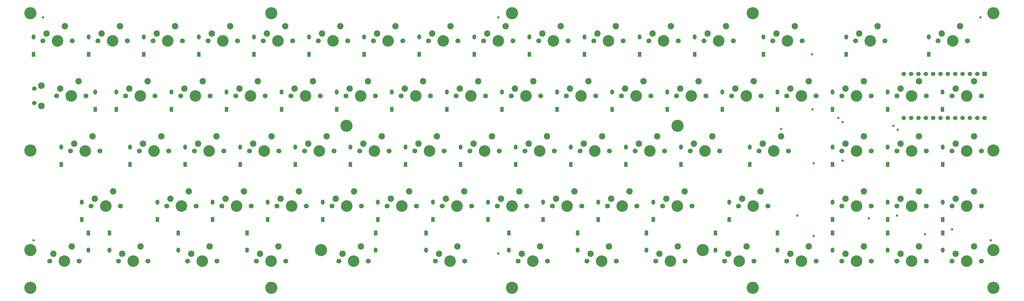
<source format=gbs>
G04 #@! TF.GenerationSoftware,KiCad,Pcbnew,(6.0.7)*
G04 #@! TF.CreationDate,2022-08-30T19:15:33+09:00*
G04 #@! TF.ProjectId,keyboard-layouter-playground,6b657962-6f61-4726-942d-6c61796f7574,rev?*
G04 #@! TF.SameCoordinates,PX17eef3cPY7a5a53a*
G04 #@! TF.FileFunction,Soldermask,Bot*
G04 #@! TF.FilePolarity,Negative*
%FSLAX46Y46*%
G04 Gerber Fmt 4.6, Leading zero omitted, Abs format (unit mm)*
G04 Created by KiCad (PCBNEW (6.0.7)) date 2022-08-30 19:15:33*
%MOMM*%
%LPD*%
G01*
G04 APERTURE LIST*
%ADD10O,1.300000X1.778000*%
%ADD11R,1.300000X1.778000*%
%ADD12C,1.700000*%
%ADD13C,4.000000*%
%ADD14C,2.200000*%
%ADD15C,4.200000*%
%ADD16R,1.524000X1.524000*%
%ADD17C,1.524000*%
%ADD18C,2.300000*%
%ADD19C,0.800000*%
G04 APERTURE END LIST*
D10*
X4080904Y89783660D03*
D11*
X4080904Y83783660D03*
D10*
X23130904Y89783660D03*
D11*
X23130904Y83783660D03*
D10*
X42180904Y89783660D03*
D11*
X42180904Y83783660D03*
D10*
X61230904Y89783660D03*
D11*
X61230904Y83783660D03*
D10*
X80280904Y89783660D03*
D11*
X80280904Y83783660D03*
D10*
X99330904Y89783660D03*
D11*
X99330904Y83783660D03*
D10*
X118380904Y89783660D03*
D11*
X118380904Y83783660D03*
D10*
X137430904Y89783660D03*
D11*
X137430904Y83783660D03*
D10*
X156480904Y89783660D03*
D11*
X156480904Y83783660D03*
D10*
X175530904Y89783660D03*
D11*
X175530904Y83783660D03*
D10*
X194580904Y89783660D03*
D11*
X194580904Y83783660D03*
D10*
X213630904Y89783660D03*
D11*
X213630904Y83783660D03*
D10*
X232680904Y89783660D03*
D11*
X232680904Y83783660D03*
D10*
X285068404Y89783660D03*
D11*
X285068404Y83783660D03*
D10*
X313643404Y89783660D03*
D11*
X313643404Y83783660D03*
D10*
X32655904Y70733660D03*
D11*
X32655904Y64733660D03*
D10*
X51705904Y70733660D03*
D11*
X51705904Y64733660D03*
D10*
X70755904Y70733660D03*
D11*
X70755904Y64733660D03*
D10*
X89805904Y70733660D03*
D11*
X89805904Y64733660D03*
D10*
X108855904Y70733660D03*
D11*
X108855904Y64733660D03*
D10*
X127905904Y70733660D03*
D11*
X127905904Y64733660D03*
D10*
X146955904Y70733660D03*
D11*
X146955904Y64733660D03*
D10*
X166005904Y70733660D03*
D11*
X166005904Y64733660D03*
D10*
X185055904Y70733660D03*
D11*
X185055904Y64733660D03*
D10*
X204105904Y70733660D03*
D11*
X204105904Y64733660D03*
D10*
X223155904Y70733660D03*
D11*
X223155904Y64733660D03*
D10*
X242205904Y70733660D03*
D11*
X242205904Y64733660D03*
D10*
X261255904Y70733660D03*
D11*
X261255904Y64733660D03*
D10*
X280305904Y70733660D03*
D11*
X280305904Y64733660D03*
D10*
X299355904Y70733660D03*
D11*
X299355904Y64733660D03*
D10*
X37418404Y51683660D03*
D11*
X37418404Y45683660D03*
D10*
X56468404Y51683660D03*
D11*
X56468404Y45683660D03*
D10*
X75518404Y51683660D03*
D11*
X75518404Y45683660D03*
D10*
X94568404Y51683660D03*
D11*
X94568404Y45683660D03*
D10*
X113664585Y51683660D03*
D11*
X113664585Y45683660D03*
D10*
X132668404Y51683660D03*
D11*
X132668404Y45683660D03*
D10*
X151718404Y51683660D03*
D11*
X151718404Y45683660D03*
D10*
X170768404Y51683660D03*
D11*
X170768404Y45683660D03*
D10*
X189818404Y51683660D03*
D11*
X189818404Y45683660D03*
D10*
X208868404Y51683660D03*
D11*
X208868404Y45683660D03*
D10*
X227918404Y51683660D03*
D11*
X227918404Y45683660D03*
D10*
X280305904Y51683660D03*
D11*
X280305904Y45683660D03*
D10*
X299355904Y51683660D03*
D11*
X299355904Y45683660D03*
D10*
X318405904Y51683660D03*
D11*
X318405904Y45683660D03*
D10*
X46943404Y32633660D03*
D11*
X46943404Y26633660D03*
D10*
X65993404Y32633660D03*
D11*
X65993404Y26633660D03*
D10*
X85043404Y32633660D03*
D11*
X85043404Y26633660D03*
D10*
X104093404Y32633660D03*
D11*
X104093404Y26633660D03*
D10*
X123143404Y32633660D03*
D11*
X123143404Y26633660D03*
D10*
X142193404Y32633660D03*
D11*
X142193404Y26633660D03*
D10*
X161243404Y32633660D03*
D11*
X161243404Y26633660D03*
D10*
X180293404Y32633660D03*
D11*
X180293404Y26633660D03*
D10*
X199343404Y32633660D03*
D11*
X199343404Y26633660D03*
D10*
X218393404Y32633660D03*
D11*
X218393404Y26633660D03*
D10*
X280305904Y32633660D03*
D11*
X280305904Y26633660D03*
D10*
X299355904Y32633660D03*
D11*
X299355904Y26633660D03*
D10*
X318405904Y32633660D03*
D11*
X318405904Y26633660D03*
D10*
X239823384Y15996500D03*
D11*
X239823384Y21996500D03*
D10*
X280305904Y15996500D03*
D11*
X280305904Y21996500D03*
D10*
X299355904Y15996500D03*
D11*
X299355904Y21996500D03*
D10*
X318405904Y15996500D03*
D11*
X318405904Y21996500D03*
D10*
X30274404Y15996500D03*
D11*
X30274404Y21996500D03*
D10*
X77899404Y15996500D03*
D11*
X77899404Y21996500D03*
D10*
X168386904Y15996500D03*
D11*
X168386904Y21996500D03*
D10*
X192199404Y15996500D03*
D11*
X192199404Y21996500D03*
D10*
X216011904Y15996500D03*
D11*
X216011904Y21996500D03*
D10*
X261254464Y15995965D03*
D11*
X261254464Y21995965D03*
D10*
X256493904Y89783660D03*
D11*
X256493904Y83783660D03*
D10*
X25419944Y70733660D03*
D11*
X25419944Y64733660D03*
D10*
X13606404Y51683660D03*
D11*
X13606404Y45683660D03*
D10*
X251731404Y51683660D03*
D11*
X251731404Y45683660D03*
D10*
X20751424Y32633660D03*
D11*
X20751424Y26633660D03*
D10*
X244586384Y32633660D03*
D11*
X244586384Y26633660D03*
D10*
X122365144Y15996500D03*
D11*
X122365144Y21996500D03*
D10*
X139812404Y15996500D03*
D11*
X139812404Y21996500D03*
D10*
X54086904Y15996500D03*
D11*
X54086904Y21996500D03*
D10*
X23037385Y15997510D03*
D11*
X23037385Y21997510D03*
D12*
X7289004Y88450000D03*
D13*
X12369004Y88450000D03*
D12*
X17449004Y88450000D03*
D14*
X14909004Y93530000D03*
X8559004Y90990000D03*
D13*
X31419004Y88450000D03*
D12*
X36499004Y88450000D03*
X26339004Y88450000D03*
D14*
X33959004Y93530000D03*
X27609004Y90990000D03*
D12*
X45389004Y88450000D03*
X55549004Y88450000D03*
D13*
X50469004Y88450000D03*
D14*
X53009004Y93530000D03*
X46659004Y90990000D03*
D12*
X74599004Y88450000D03*
X64439004Y88450000D03*
D13*
X69519004Y88450000D03*
D14*
X72059004Y93530000D03*
X65709004Y90990000D03*
D12*
X93649004Y88450000D03*
D13*
X88569004Y88450000D03*
D12*
X83489004Y88450000D03*
D14*
X91109004Y93530000D03*
X84759004Y90990000D03*
D12*
X102539004Y88450000D03*
D13*
X107619004Y88450000D03*
D12*
X112699004Y88450000D03*
D14*
X110159004Y93530000D03*
X103809004Y90990000D03*
D13*
X126669004Y88450000D03*
D12*
X131749004Y88450000D03*
X121589004Y88450000D03*
D14*
X129209004Y93530000D03*
X122859004Y90990000D03*
D13*
X145719004Y88450000D03*
D12*
X150799004Y88450000D03*
X140639004Y88450000D03*
D14*
X148259004Y93530000D03*
X141909004Y90990000D03*
D13*
X164769004Y88450000D03*
D12*
X159689004Y88450000D03*
X169849004Y88450000D03*
D14*
X167309004Y93530000D03*
X160959004Y90990000D03*
D12*
X188899004Y88450000D03*
X178739004Y88450000D03*
D13*
X183819004Y88450000D03*
D14*
X186359004Y93530000D03*
X180009004Y90990000D03*
D12*
X197789004Y88450000D03*
D13*
X202869004Y88450000D03*
D12*
X207949004Y88450000D03*
D14*
X205409004Y93530000D03*
X199059004Y90990000D03*
D12*
X226999004Y88450000D03*
D13*
X221919004Y88450000D03*
D12*
X216839004Y88450000D03*
D14*
X224459004Y93530000D03*
X218109004Y90990000D03*
D13*
X240969004Y88450000D03*
D12*
X246049004Y88450000D03*
X235889004Y88450000D03*
D14*
X243509004Y93530000D03*
X237159004Y90990000D03*
D12*
X298436504Y88450000D03*
X288276504Y88450000D03*
D13*
X293356504Y88450000D03*
D14*
X295896504Y93530000D03*
X289546504Y90990000D03*
D13*
X321931504Y88450000D03*
D12*
X327011504Y88450000D03*
X316851504Y88450000D03*
D14*
X324471504Y93530000D03*
X318121504Y90990000D03*
D12*
X35864004Y69400000D03*
D13*
X40944004Y69400000D03*
D12*
X46024004Y69400000D03*
D14*
X43484004Y74480000D03*
X37134004Y71940000D03*
D12*
X54914004Y69400000D03*
X65074004Y69400000D03*
D13*
X59994004Y69400000D03*
D14*
X62534004Y74480000D03*
X56184004Y71940000D03*
D13*
X79044004Y69400000D03*
D12*
X73964004Y69400000D03*
X84124004Y69400000D03*
D14*
X81584004Y74480000D03*
X75234004Y71940000D03*
D13*
X98094004Y69400000D03*
D12*
X93014004Y69400000D03*
X103174004Y69400000D03*
D14*
X100634004Y74480000D03*
X94284004Y71940000D03*
D12*
X122224004Y69400000D03*
X112064004Y69400000D03*
D13*
X117144004Y69400000D03*
D14*
X119684004Y74480000D03*
X113334004Y71940000D03*
D12*
X131114004Y69400000D03*
D13*
X136194004Y69400000D03*
D12*
X141274004Y69400000D03*
D14*
X138734004Y74480000D03*
X132384004Y71940000D03*
D12*
X150164004Y69400000D03*
D13*
X155244004Y69400000D03*
D12*
X160324004Y69400000D03*
D14*
X157784004Y74480000D03*
X151434004Y71940000D03*
D12*
X179374004Y69400000D03*
X169214004Y69400000D03*
D13*
X174294004Y69400000D03*
D14*
X176834004Y74480000D03*
X170484004Y71940000D03*
D13*
X193344004Y69400000D03*
D12*
X198424004Y69400000D03*
X188264004Y69400000D03*
D14*
X195884004Y74480000D03*
X189534004Y71940000D03*
D12*
X217474004Y69400000D03*
X207314004Y69400000D03*
D13*
X212394004Y69400000D03*
D14*
X214934004Y74480000D03*
X208584004Y71940000D03*
D13*
X231444004Y69400000D03*
D12*
X226364004Y69400000D03*
X236524004Y69400000D03*
D14*
X233984004Y74480000D03*
X227634004Y71940000D03*
D12*
X255574004Y69400000D03*
X245414004Y69400000D03*
D13*
X250494004Y69400000D03*
D14*
X253034004Y74480000D03*
X246684004Y71940000D03*
D13*
X269544004Y69400000D03*
D12*
X264464004Y69400000D03*
X274624004Y69400000D03*
D14*
X272084004Y74480000D03*
X265734004Y71940000D03*
D12*
X293674004Y69400000D03*
D13*
X288594004Y69400000D03*
D12*
X283514004Y69400000D03*
D14*
X291134004Y74480000D03*
X284784004Y71940000D03*
D12*
X312724004Y69400000D03*
X302564004Y69400000D03*
D13*
X307644004Y69400000D03*
D14*
X310184004Y74480000D03*
X303834004Y71940000D03*
D12*
X331774004Y69400000D03*
X321614004Y69400000D03*
D13*
X326694004Y69400000D03*
D14*
X329234004Y74480000D03*
X322884004Y71940000D03*
D12*
X40626504Y50350000D03*
X50786504Y50350000D03*
D13*
X45706504Y50350000D03*
D14*
X48246504Y55430000D03*
X41896504Y52890000D03*
D13*
X64756504Y50350000D03*
D12*
X59676504Y50350000D03*
X69836504Y50350000D03*
D14*
X67296504Y55430000D03*
X60946504Y52890000D03*
D13*
X83806504Y50350000D03*
D12*
X88886504Y50350000D03*
X78726504Y50350000D03*
D14*
X86346504Y55430000D03*
X79996504Y52890000D03*
D12*
X97776504Y50350000D03*
X107936504Y50350000D03*
D13*
X102856504Y50350000D03*
D14*
X105396504Y55430000D03*
X99046504Y52890000D03*
D13*
X121906504Y50350000D03*
D12*
X116826504Y50350000D03*
X126986504Y50350000D03*
D14*
X124446504Y55430000D03*
X118096504Y52890000D03*
D12*
X135876504Y50350000D03*
D13*
X140956504Y50350000D03*
D12*
X146036504Y50350000D03*
D14*
X143496504Y55430000D03*
X137146504Y52890000D03*
D13*
X160006504Y50350000D03*
D12*
X154926504Y50350000D03*
X165086504Y50350000D03*
D14*
X162546504Y55430000D03*
X156196504Y52890000D03*
D12*
X184136504Y50350000D03*
X173976504Y50350000D03*
D13*
X179056504Y50350000D03*
D14*
X181596504Y55430000D03*
X175246504Y52890000D03*
D12*
X203186504Y50350000D03*
D13*
X198106504Y50350000D03*
D12*
X193026504Y50350000D03*
D14*
X200646504Y55430000D03*
X194296504Y52890000D03*
D12*
X222236504Y50350000D03*
D13*
X217156504Y50350000D03*
D12*
X212076504Y50350000D03*
D14*
X219696504Y55430000D03*
X213346504Y52890000D03*
D12*
X231126504Y50350000D03*
D13*
X236206504Y50350000D03*
D12*
X241286504Y50350000D03*
D14*
X238746504Y55430000D03*
X232396504Y52890000D03*
D13*
X288594004Y50350000D03*
D12*
X293674004Y50350000D03*
X283514004Y50350000D03*
D14*
X291134004Y55430000D03*
X284784004Y52890000D03*
D12*
X302564004Y50350000D03*
D13*
X307644004Y50350000D03*
D12*
X312724004Y50350000D03*
D14*
X310184004Y55430000D03*
X303834004Y52890000D03*
D12*
X321614004Y50350000D03*
D13*
X326694004Y50350000D03*
D12*
X331774004Y50350000D03*
D14*
X329234004Y55430000D03*
X322884004Y52890000D03*
D12*
X60311504Y31300000D03*
D13*
X55231504Y31300000D03*
D12*
X50151504Y31300000D03*
D14*
X57771504Y36380000D03*
X51421504Y33840000D03*
D13*
X74281504Y31300000D03*
D12*
X69201504Y31300000D03*
X79361504Y31300000D03*
D14*
X76821504Y36380000D03*
X70471504Y33840000D03*
D12*
X88251504Y31300000D03*
X98411504Y31300000D03*
D13*
X93331504Y31300000D03*
D14*
X95871504Y36380000D03*
X89521504Y33840000D03*
D13*
X112381504Y31300000D03*
D12*
X107301504Y31300000D03*
X117461504Y31300000D03*
D14*
X114921504Y36380000D03*
X108571504Y33840000D03*
D13*
X131431504Y31300000D03*
D12*
X126351504Y31300000D03*
X136511504Y31300000D03*
D14*
X133971504Y36380000D03*
X127621504Y33840000D03*
D12*
X145401504Y31300000D03*
X155561504Y31300000D03*
D13*
X150481504Y31300000D03*
D14*
X153021504Y36380000D03*
X146671504Y33840000D03*
D13*
X169531504Y31300000D03*
D12*
X174611504Y31300000D03*
X164451504Y31300000D03*
D14*
X172071504Y36380000D03*
X165721504Y33840000D03*
D13*
X188581504Y31300000D03*
D12*
X183501504Y31300000D03*
X193661504Y31300000D03*
D14*
X191121504Y36380000D03*
X184771504Y33840000D03*
D13*
X207631504Y31300000D03*
D12*
X212711504Y31300000D03*
X202551504Y31300000D03*
D14*
X210171504Y36380000D03*
X203821504Y33840000D03*
D12*
X231761504Y31300000D03*
X221601504Y31300000D03*
D13*
X226681504Y31300000D03*
D14*
X229221504Y36380000D03*
X222871504Y33840000D03*
D12*
X283514004Y31300000D03*
D13*
X288594004Y31300000D03*
D12*
X293674004Y31300000D03*
D14*
X291134004Y36380000D03*
X284784004Y33840000D03*
D12*
X302564004Y31300000D03*
D13*
X307644004Y31300000D03*
D12*
X312724004Y31300000D03*
D14*
X310184004Y36380000D03*
X303834004Y33840000D03*
D12*
X331774004Y31300000D03*
X321614004Y31300000D03*
D13*
X326694004Y31300000D03*
D14*
X329234004Y36380000D03*
X322884004Y33840000D03*
D13*
X248111484Y12250000D03*
D12*
X253191484Y12250000D03*
X243031484Y12250000D03*
D14*
X250651484Y17330000D03*
X244301484Y14790000D03*
D12*
X293674004Y12250000D03*
X283514004Y12250000D03*
D13*
X288594004Y12250000D03*
D14*
X291134004Y17330000D03*
X284784004Y14790000D03*
D12*
X302564004Y12250000D03*
D13*
X307644004Y12250000D03*
D12*
X312724004Y12250000D03*
D14*
X310184004Y17330000D03*
X303834004Y14790000D03*
D12*
X321614004Y12250000D03*
X331774004Y12250000D03*
D13*
X326694004Y12250000D03*
D14*
X329234004Y17330000D03*
X322884004Y14790000D03*
D12*
X9670000Y12250000D03*
D13*
X14750000Y12250000D03*
D12*
X19830000Y12250000D03*
D14*
X17290000Y17330000D03*
X10940000Y14790000D03*
D13*
X38562500Y12250000D03*
D12*
X43642500Y12250000D03*
X33482500Y12250000D03*
D14*
X41102500Y17330000D03*
X34752500Y14790000D03*
D13*
X62375004Y12250000D03*
D12*
X67455004Y12250000D03*
X57295004Y12250000D03*
D14*
X64915004Y17330000D03*
X58565004Y14790000D03*
D12*
X91267504Y12250000D03*
X81107504Y12250000D03*
D13*
X86187504Y12250000D03*
D14*
X88727504Y17330000D03*
X82377504Y14790000D03*
D12*
X171595004Y12250000D03*
D13*
X176675004Y12250000D03*
D12*
X181755004Y12250000D03*
D14*
X179215004Y17330000D03*
X172865004Y14790000D03*
D13*
X200487504Y12250000D03*
D12*
X195407504Y12250000D03*
X205567504Y12250000D03*
D14*
X203027504Y17330000D03*
X196677504Y14790000D03*
D12*
X219220004Y12250000D03*
X229380004Y12250000D03*
D13*
X224300004Y12250000D03*
D14*
X226840004Y17330000D03*
X220490004Y14790000D03*
D13*
X269542480Y12250000D03*
D12*
X274622480Y12250000D03*
X264462480Y12250000D03*
D14*
X272082480Y17330000D03*
X265732480Y14790000D03*
D12*
X269862004Y88450000D03*
D13*
X264782004Y88450000D03*
D12*
X259702004Y88450000D03*
D14*
X267322004Y93530000D03*
X260972004Y90990000D03*
D12*
X22212004Y69400000D03*
D13*
X17132004Y69400000D03*
D12*
X12052004Y69400000D03*
D14*
X19672004Y74480000D03*
X13322004Y71940000D03*
D13*
X21894504Y50350000D03*
D12*
X16814504Y50350000D03*
X26974504Y50350000D03*
D14*
X24434504Y55430000D03*
X18084504Y52890000D03*
D13*
X260019504Y50350000D03*
D12*
X265099504Y50350000D03*
X254939504Y50350000D03*
D14*
X262559504Y55430000D03*
X256209504Y52890000D03*
D12*
X34119024Y31300000D03*
D13*
X29039024Y31300000D03*
D12*
X23959024Y31300000D03*
D14*
X31579024Y36380000D03*
X25229024Y33840000D03*
D13*
X252874484Y31300000D03*
D12*
X247794484Y31300000D03*
X257954484Y31300000D03*
D14*
X255414484Y36380000D03*
X249064484Y33840000D03*
D12*
X119843004Y12250000D03*
X109683004Y12250000D03*
D13*
X114763004Y12250000D03*
D14*
X117303004Y17330000D03*
X110953004Y14790000D03*
D12*
X143020504Y12250000D03*
X153180504Y12250000D03*
D13*
X148100504Y12250000D03*
D14*
X150640504Y17330000D03*
X144290504Y14790000D03*
D15*
X336000004Y3000000D03*
X86250004Y98000000D03*
X169500004Y98000000D03*
X336000004Y98000000D03*
X86250004Y3000000D03*
X252750004Y3000000D03*
X252750004Y98000000D03*
X336000004Y50500000D03*
D10*
X318358984Y70733280D03*
D11*
X318358984Y64733280D03*
D15*
X103500000Y16000000D03*
D16*
X332885000Y77020000D03*
D17*
X330345000Y77020000D03*
X327805000Y77020000D03*
X325265000Y77020000D03*
X322725000Y77020000D03*
X320185000Y77020000D03*
X317645000Y77020000D03*
X315105000Y77020000D03*
X312565000Y77020000D03*
X310025000Y77020000D03*
X307485000Y77020000D03*
X304945000Y77020000D03*
X304945000Y61780000D03*
X307485000Y61780000D03*
X310025000Y61780000D03*
X312565000Y61780000D03*
X315105000Y61780000D03*
X317645000Y61780000D03*
X320185000Y61780000D03*
X322725000Y61780000D03*
X325265000Y61780000D03*
X327805000Y61780000D03*
X330345000Y61780000D03*
X332885000Y61780000D03*
X4324375Y66875000D03*
X4324375Y71875000D03*
D18*
X6814375Y65875000D03*
X6814375Y72885000D03*
D15*
X3000004Y3000000D03*
X3000004Y50500000D03*
X3000004Y98000000D03*
X226771875Y59000000D03*
X336000000Y16000000D03*
X112271875Y59000000D03*
X235500000Y16000000D03*
X3000000Y16000000D03*
X169500004Y3000000D03*
D19*
X273353750Y64733660D03*
X273830000Y20822500D03*
X321693125Y23203750D03*
X282402500Y61780000D03*
X273830000Y46063750D03*
X283831250Y47016250D03*
X283831254Y60351250D03*
X292880000Y27013750D03*
X301452500Y59081250D03*
X273257590Y83783660D03*
X302643125Y27966250D03*
X268115000Y27966250D03*
X302881250Y57684250D03*
X312370379Y21536875D03*
X335028125Y19393750D03*
X7320754Y96546250D03*
X164768750Y96546250D03*
X164768750Y14869375D03*
X262559504Y57970000D03*
X331456250Y96546250D03*
X4034375Y19393750D03*
M02*

</source>
